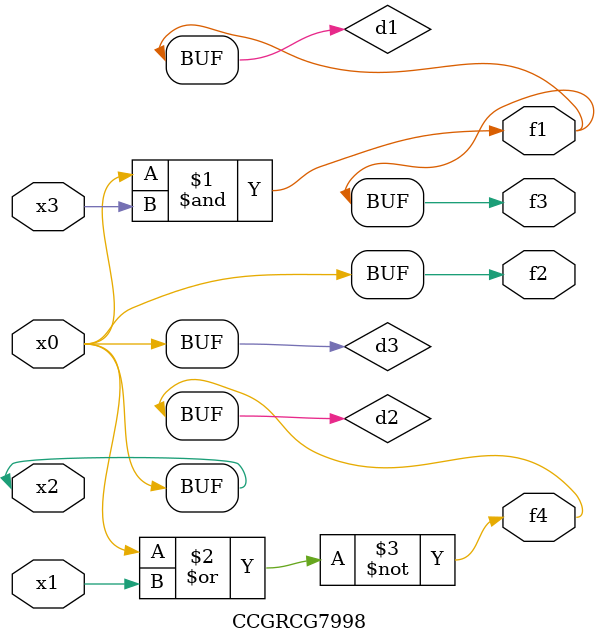
<source format=v>
module CCGRCG7998(
	input x0, x1, x2, x3,
	output f1, f2, f3, f4
);

	wire d1, d2, d3;

	and (d1, x2, x3);
	nor (d2, x0, x1);
	buf (d3, x0, x2);
	assign f1 = d1;
	assign f2 = d3;
	assign f3 = d1;
	assign f4 = d2;
endmodule

</source>
